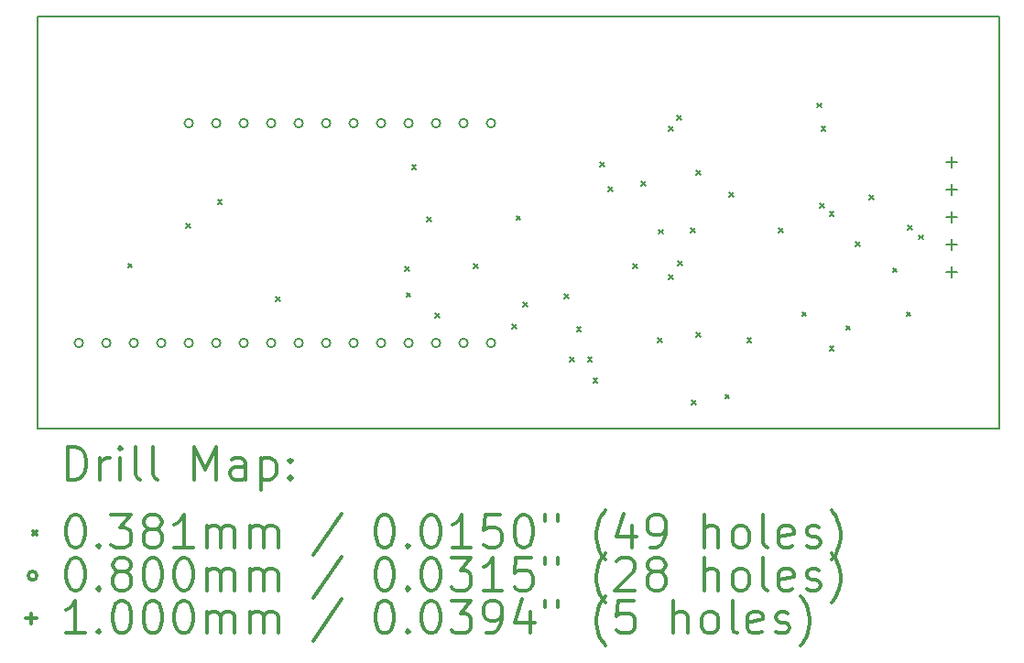
<source format=gbr>
%FSLAX45Y45*%
G04 Gerber Fmt 4.5, Leading zero omitted, Abs format (unit mm)*
G04 Created by KiCad (PCBNEW (5.1.10)-1) date 2021-05-21 10:06:27*
%MOMM*%
%LPD*%
G01*
G04 APERTURE LIST*
%TA.AperFunction,Profile*%
%ADD10C,0.150000*%
%TD*%
%ADD11C,0.200000*%
%ADD12C,0.300000*%
G04 APERTURE END LIST*
D10*
X19177000Y-12192000D02*
X10287000Y-12192000D01*
X19177000Y-8382000D02*
X19177000Y-12192000D01*
X10287000Y-8382000D02*
X19177000Y-8382000D01*
X10287000Y-12192000D02*
X10287000Y-8382000D01*
D11*
X11121178Y-10669482D02*
X11159278Y-10707582D01*
X11159278Y-10669482D02*
X11121178Y-10707582D01*
X11658600Y-10299700D02*
X11696700Y-10337800D01*
X11696700Y-10299700D02*
X11658600Y-10337800D01*
X11951970Y-10082530D02*
X11990070Y-10120630D01*
X11990070Y-10082530D02*
X11951970Y-10120630D01*
X12490450Y-10979150D02*
X12528550Y-11017250D01*
X12528550Y-10979150D02*
X12490450Y-11017250D01*
X13684250Y-10699750D02*
X13722350Y-10737850D01*
X13722350Y-10699750D02*
X13684250Y-10737850D01*
X13697450Y-10940550D02*
X13735550Y-10978650D01*
X13735550Y-10940550D02*
X13697450Y-10978650D01*
X13747750Y-9759950D02*
X13785850Y-9798050D01*
X13785850Y-9759950D02*
X13747750Y-9798050D01*
X13887450Y-10242550D02*
X13925550Y-10280650D01*
X13925550Y-10242550D02*
X13887450Y-10280650D01*
X13963650Y-11131550D02*
X14001750Y-11169650D01*
X14001750Y-11131550D02*
X13963650Y-11169650D01*
X14319250Y-10674350D02*
X14357350Y-10712450D01*
X14357350Y-10674350D02*
X14319250Y-10712450D01*
X14674850Y-11233150D02*
X14712950Y-11271250D01*
X14712950Y-11233150D02*
X14674850Y-11271250D01*
X14712950Y-10229850D02*
X14751050Y-10267950D01*
X14751050Y-10229850D02*
X14712950Y-10267950D01*
X14776450Y-11029950D02*
X14814550Y-11068050D01*
X14814550Y-11029950D02*
X14776450Y-11068050D01*
X15157450Y-10953750D02*
X15195550Y-10991850D01*
X15195550Y-10953750D02*
X15157450Y-10991850D01*
X15208250Y-11537950D02*
X15246350Y-11576050D01*
X15246350Y-11537950D02*
X15208250Y-11576050D01*
X15271900Y-11258400D02*
X15310000Y-11296500D01*
X15310000Y-11258400D02*
X15271900Y-11296500D01*
X15373350Y-11537950D02*
X15411450Y-11576050D01*
X15411450Y-11537950D02*
X15373350Y-11576050D01*
X15424150Y-11730990D02*
X15462250Y-11769090D01*
X15462250Y-11730990D02*
X15424150Y-11769090D01*
X15487650Y-9734550D02*
X15525750Y-9772650D01*
X15525750Y-9734550D02*
X15487650Y-9772650D01*
X15563850Y-9963150D02*
X15601950Y-10001250D01*
X15601950Y-9963150D02*
X15563850Y-10001250D01*
X15792447Y-10674350D02*
X15830547Y-10712450D01*
X15830547Y-10674350D02*
X15792447Y-10712450D01*
X15868650Y-9912350D02*
X15906750Y-9950450D01*
X15906750Y-9912350D02*
X15868650Y-9950450D01*
X16021050Y-11360150D02*
X16059150Y-11398250D01*
X16059150Y-11360150D02*
X16021050Y-11398250D01*
X16030697Y-10353797D02*
X16068797Y-10391897D01*
X16068797Y-10353797D02*
X16030697Y-10391897D01*
X16122650Y-9404350D02*
X16160750Y-9442450D01*
X16160750Y-9404350D02*
X16122650Y-9442450D01*
X16122650Y-10775950D02*
X16160750Y-10814050D01*
X16160750Y-10775950D02*
X16122650Y-10814050D01*
X16198850Y-9302750D02*
X16236950Y-9340850D01*
X16236950Y-9302750D02*
X16198850Y-9340850D01*
X16205200Y-10648950D02*
X16243300Y-10687050D01*
X16243300Y-10648950D02*
X16205200Y-10687050D01*
X16325850Y-10344150D02*
X16363950Y-10382250D01*
X16363950Y-10344150D02*
X16325850Y-10382250D01*
X16333470Y-11934190D02*
X16371570Y-11972290D01*
X16371570Y-11934190D02*
X16333470Y-11972290D01*
X16376650Y-9810750D02*
X16414750Y-9848850D01*
X16414750Y-9810750D02*
X16376650Y-9848850D01*
X16376650Y-11309350D02*
X16414750Y-11347450D01*
X16414750Y-11309350D02*
X16376650Y-11347450D01*
X16643350Y-11880850D02*
X16681450Y-11918950D01*
X16681450Y-11880850D02*
X16643350Y-11918950D01*
X16681450Y-10013950D02*
X16719550Y-10052050D01*
X16719550Y-10013950D02*
X16681450Y-10052050D01*
X16846550Y-11360150D02*
X16884650Y-11398250D01*
X16884650Y-11360150D02*
X16846550Y-11398250D01*
X17138650Y-10344150D02*
X17176750Y-10382250D01*
X17176750Y-10344150D02*
X17138650Y-10382250D01*
X17354550Y-11118850D02*
X17392650Y-11156950D01*
X17392650Y-11118850D02*
X17354550Y-11156950D01*
X17494250Y-9188450D02*
X17532350Y-9226550D01*
X17532350Y-9188450D02*
X17494250Y-9226550D01*
X17519650Y-10115550D02*
X17557750Y-10153650D01*
X17557750Y-10115550D02*
X17519650Y-10153650D01*
X17532350Y-9404350D02*
X17570450Y-9442450D01*
X17570450Y-9404350D02*
X17532350Y-9442450D01*
X17608550Y-10191750D02*
X17646650Y-10229850D01*
X17646650Y-10191750D02*
X17608550Y-10229850D01*
X17608550Y-11436350D02*
X17646650Y-11474450D01*
X17646650Y-11436350D02*
X17608550Y-11474450D01*
X17760950Y-11245850D02*
X17799050Y-11283950D01*
X17799050Y-11245850D02*
X17760950Y-11283950D01*
X17849850Y-10471150D02*
X17887950Y-10509250D01*
X17887950Y-10471150D02*
X17849850Y-10509250D01*
X17976850Y-10039350D02*
X18014950Y-10077450D01*
X18014950Y-10039350D02*
X17976850Y-10077450D01*
X18192750Y-10712450D02*
X18230850Y-10750550D01*
X18230850Y-10712450D02*
X18192750Y-10750550D01*
X18319750Y-11118850D02*
X18357850Y-11156950D01*
X18357850Y-11118850D02*
X18319750Y-11156950D01*
X18332450Y-10318751D02*
X18370550Y-10356851D01*
X18370550Y-10318751D02*
X18332450Y-10356851D01*
X18434050Y-10407650D02*
X18472150Y-10445750D01*
X18472150Y-10407650D02*
X18434050Y-10445750D01*
X10708000Y-11404600D02*
G75*
G03*
X10708000Y-11404600I-40000J0D01*
G01*
X10962000Y-11404600D02*
G75*
G03*
X10962000Y-11404600I-40000J0D01*
G01*
X11216000Y-11404600D02*
G75*
G03*
X11216000Y-11404600I-40000J0D01*
G01*
X11470000Y-11404600D02*
G75*
G03*
X11470000Y-11404600I-40000J0D01*
G01*
X11724000Y-9372600D02*
G75*
G03*
X11724000Y-9372600I-40000J0D01*
G01*
X11724000Y-11404600D02*
G75*
G03*
X11724000Y-11404600I-40000J0D01*
G01*
X11978000Y-9372600D02*
G75*
G03*
X11978000Y-9372600I-40000J0D01*
G01*
X11978000Y-11404600D02*
G75*
G03*
X11978000Y-11404600I-40000J0D01*
G01*
X12232000Y-9372600D02*
G75*
G03*
X12232000Y-9372600I-40000J0D01*
G01*
X12232000Y-11404600D02*
G75*
G03*
X12232000Y-11404600I-40000J0D01*
G01*
X12486000Y-9372600D02*
G75*
G03*
X12486000Y-9372600I-40000J0D01*
G01*
X12486000Y-11404600D02*
G75*
G03*
X12486000Y-11404600I-40000J0D01*
G01*
X12740000Y-9372600D02*
G75*
G03*
X12740000Y-9372600I-40000J0D01*
G01*
X12740000Y-11404600D02*
G75*
G03*
X12740000Y-11404600I-40000J0D01*
G01*
X12994000Y-9372600D02*
G75*
G03*
X12994000Y-9372600I-40000J0D01*
G01*
X12994000Y-11404600D02*
G75*
G03*
X12994000Y-11404600I-40000J0D01*
G01*
X13248000Y-9372600D02*
G75*
G03*
X13248000Y-9372600I-40000J0D01*
G01*
X13248000Y-11404600D02*
G75*
G03*
X13248000Y-11404600I-40000J0D01*
G01*
X13502000Y-9372600D02*
G75*
G03*
X13502000Y-9372600I-40000J0D01*
G01*
X13502000Y-11404600D02*
G75*
G03*
X13502000Y-11404600I-40000J0D01*
G01*
X13756000Y-9372600D02*
G75*
G03*
X13756000Y-9372600I-40000J0D01*
G01*
X13756000Y-11404600D02*
G75*
G03*
X13756000Y-11404600I-40000J0D01*
G01*
X14010000Y-9372600D02*
G75*
G03*
X14010000Y-9372600I-40000J0D01*
G01*
X14010000Y-11404600D02*
G75*
G03*
X14010000Y-11404600I-40000J0D01*
G01*
X14264000Y-9372600D02*
G75*
G03*
X14264000Y-9372600I-40000J0D01*
G01*
X14264000Y-11404600D02*
G75*
G03*
X14264000Y-11404600I-40000J0D01*
G01*
X14518000Y-9372600D02*
G75*
G03*
X14518000Y-9372600I-40000J0D01*
G01*
X14518000Y-11404600D02*
G75*
G03*
X14518000Y-11404600I-40000J0D01*
G01*
X18732500Y-9678200D02*
X18732500Y-9778200D01*
X18682500Y-9728200D02*
X18782500Y-9728200D01*
X18732500Y-9932200D02*
X18732500Y-10032200D01*
X18682500Y-9982200D02*
X18782500Y-9982200D01*
X18732500Y-10186200D02*
X18732500Y-10286200D01*
X18682500Y-10236200D02*
X18782500Y-10236200D01*
X18732500Y-10440200D02*
X18732500Y-10540200D01*
X18682500Y-10490200D02*
X18782500Y-10490200D01*
X18732500Y-10694200D02*
X18732500Y-10794200D01*
X18682500Y-10744200D02*
X18782500Y-10744200D01*
D12*
X10565928Y-12665214D02*
X10565928Y-12365214D01*
X10637357Y-12365214D01*
X10680214Y-12379500D01*
X10708786Y-12408071D01*
X10723071Y-12436643D01*
X10737357Y-12493786D01*
X10737357Y-12536643D01*
X10723071Y-12593786D01*
X10708786Y-12622357D01*
X10680214Y-12650929D01*
X10637357Y-12665214D01*
X10565928Y-12665214D01*
X10865928Y-12665214D02*
X10865928Y-12465214D01*
X10865928Y-12522357D02*
X10880214Y-12493786D01*
X10894500Y-12479500D01*
X10923071Y-12465214D01*
X10951643Y-12465214D01*
X11051643Y-12665214D02*
X11051643Y-12465214D01*
X11051643Y-12365214D02*
X11037357Y-12379500D01*
X11051643Y-12393786D01*
X11065928Y-12379500D01*
X11051643Y-12365214D01*
X11051643Y-12393786D01*
X11237357Y-12665214D02*
X11208786Y-12650929D01*
X11194500Y-12622357D01*
X11194500Y-12365214D01*
X11394500Y-12665214D02*
X11365928Y-12650929D01*
X11351643Y-12622357D01*
X11351643Y-12365214D01*
X11737357Y-12665214D02*
X11737357Y-12365214D01*
X11837357Y-12579500D01*
X11937357Y-12365214D01*
X11937357Y-12665214D01*
X12208786Y-12665214D02*
X12208786Y-12508071D01*
X12194500Y-12479500D01*
X12165928Y-12465214D01*
X12108786Y-12465214D01*
X12080214Y-12479500D01*
X12208786Y-12650929D02*
X12180214Y-12665214D01*
X12108786Y-12665214D01*
X12080214Y-12650929D01*
X12065928Y-12622357D01*
X12065928Y-12593786D01*
X12080214Y-12565214D01*
X12108786Y-12550929D01*
X12180214Y-12550929D01*
X12208786Y-12536643D01*
X12351643Y-12465214D02*
X12351643Y-12765214D01*
X12351643Y-12479500D02*
X12380214Y-12465214D01*
X12437357Y-12465214D01*
X12465928Y-12479500D01*
X12480214Y-12493786D01*
X12494500Y-12522357D01*
X12494500Y-12608071D01*
X12480214Y-12636643D01*
X12465928Y-12650929D01*
X12437357Y-12665214D01*
X12380214Y-12665214D01*
X12351643Y-12650929D01*
X12623071Y-12636643D02*
X12637357Y-12650929D01*
X12623071Y-12665214D01*
X12608786Y-12650929D01*
X12623071Y-12636643D01*
X12623071Y-12665214D01*
X12623071Y-12479500D02*
X12637357Y-12493786D01*
X12623071Y-12508071D01*
X12608786Y-12493786D01*
X12623071Y-12479500D01*
X12623071Y-12508071D01*
X10241400Y-13140450D02*
X10279500Y-13178550D01*
X10279500Y-13140450D02*
X10241400Y-13178550D01*
X10623071Y-12995214D02*
X10651643Y-12995214D01*
X10680214Y-13009500D01*
X10694500Y-13023786D01*
X10708786Y-13052357D01*
X10723071Y-13109500D01*
X10723071Y-13180929D01*
X10708786Y-13238071D01*
X10694500Y-13266643D01*
X10680214Y-13280929D01*
X10651643Y-13295214D01*
X10623071Y-13295214D01*
X10594500Y-13280929D01*
X10580214Y-13266643D01*
X10565928Y-13238071D01*
X10551643Y-13180929D01*
X10551643Y-13109500D01*
X10565928Y-13052357D01*
X10580214Y-13023786D01*
X10594500Y-13009500D01*
X10623071Y-12995214D01*
X10851643Y-13266643D02*
X10865928Y-13280929D01*
X10851643Y-13295214D01*
X10837357Y-13280929D01*
X10851643Y-13266643D01*
X10851643Y-13295214D01*
X10965928Y-12995214D02*
X11151643Y-12995214D01*
X11051643Y-13109500D01*
X11094500Y-13109500D01*
X11123071Y-13123786D01*
X11137357Y-13138071D01*
X11151643Y-13166643D01*
X11151643Y-13238071D01*
X11137357Y-13266643D01*
X11123071Y-13280929D01*
X11094500Y-13295214D01*
X11008786Y-13295214D01*
X10980214Y-13280929D01*
X10965928Y-13266643D01*
X11323071Y-13123786D02*
X11294500Y-13109500D01*
X11280214Y-13095214D01*
X11265928Y-13066643D01*
X11265928Y-13052357D01*
X11280214Y-13023786D01*
X11294500Y-13009500D01*
X11323071Y-12995214D01*
X11380214Y-12995214D01*
X11408786Y-13009500D01*
X11423071Y-13023786D01*
X11437357Y-13052357D01*
X11437357Y-13066643D01*
X11423071Y-13095214D01*
X11408786Y-13109500D01*
X11380214Y-13123786D01*
X11323071Y-13123786D01*
X11294500Y-13138071D01*
X11280214Y-13152357D01*
X11265928Y-13180929D01*
X11265928Y-13238071D01*
X11280214Y-13266643D01*
X11294500Y-13280929D01*
X11323071Y-13295214D01*
X11380214Y-13295214D01*
X11408786Y-13280929D01*
X11423071Y-13266643D01*
X11437357Y-13238071D01*
X11437357Y-13180929D01*
X11423071Y-13152357D01*
X11408786Y-13138071D01*
X11380214Y-13123786D01*
X11723071Y-13295214D02*
X11551643Y-13295214D01*
X11637357Y-13295214D02*
X11637357Y-12995214D01*
X11608786Y-13038071D01*
X11580214Y-13066643D01*
X11551643Y-13080929D01*
X11851643Y-13295214D02*
X11851643Y-13095214D01*
X11851643Y-13123786D02*
X11865928Y-13109500D01*
X11894500Y-13095214D01*
X11937357Y-13095214D01*
X11965928Y-13109500D01*
X11980214Y-13138071D01*
X11980214Y-13295214D01*
X11980214Y-13138071D02*
X11994500Y-13109500D01*
X12023071Y-13095214D01*
X12065928Y-13095214D01*
X12094500Y-13109500D01*
X12108786Y-13138071D01*
X12108786Y-13295214D01*
X12251643Y-13295214D02*
X12251643Y-13095214D01*
X12251643Y-13123786D02*
X12265928Y-13109500D01*
X12294500Y-13095214D01*
X12337357Y-13095214D01*
X12365928Y-13109500D01*
X12380214Y-13138071D01*
X12380214Y-13295214D01*
X12380214Y-13138071D02*
X12394500Y-13109500D01*
X12423071Y-13095214D01*
X12465928Y-13095214D01*
X12494500Y-13109500D01*
X12508786Y-13138071D01*
X12508786Y-13295214D01*
X13094500Y-12980929D02*
X12837357Y-13366643D01*
X13480214Y-12995214D02*
X13508786Y-12995214D01*
X13537357Y-13009500D01*
X13551643Y-13023786D01*
X13565928Y-13052357D01*
X13580214Y-13109500D01*
X13580214Y-13180929D01*
X13565928Y-13238071D01*
X13551643Y-13266643D01*
X13537357Y-13280929D01*
X13508786Y-13295214D01*
X13480214Y-13295214D01*
X13451643Y-13280929D01*
X13437357Y-13266643D01*
X13423071Y-13238071D01*
X13408786Y-13180929D01*
X13408786Y-13109500D01*
X13423071Y-13052357D01*
X13437357Y-13023786D01*
X13451643Y-13009500D01*
X13480214Y-12995214D01*
X13708786Y-13266643D02*
X13723071Y-13280929D01*
X13708786Y-13295214D01*
X13694500Y-13280929D01*
X13708786Y-13266643D01*
X13708786Y-13295214D01*
X13908786Y-12995214D02*
X13937357Y-12995214D01*
X13965928Y-13009500D01*
X13980214Y-13023786D01*
X13994500Y-13052357D01*
X14008786Y-13109500D01*
X14008786Y-13180929D01*
X13994500Y-13238071D01*
X13980214Y-13266643D01*
X13965928Y-13280929D01*
X13937357Y-13295214D01*
X13908786Y-13295214D01*
X13880214Y-13280929D01*
X13865928Y-13266643D01*
X13851643Y-13238071D01*
X13837357Y-13180929D01*
X13837357Y-13109500D01*
X13851643Y-13052357D01*
X13865928Y-13023786D01*
X13880214Y-13009500D01*
X13908786Y-12995214D01*
X14294500Y-13295214D02*
X14123071Y-13295214D01*
X14208786Y-13295214D02*
X14208786Y-12995214D01*
X14180214Y-13038071D01*
X14151643Y-13066643D01*
X14123071Y-13080929D01*
X14565928Y-12995214D02*
X14423071Y-12995214D01*
X14408786Y-13138071D01*
X14423071Y-13123786D01*
X14451643Y-13109500D01*
X14523071Y-13109500D01*
X14551643Y-13123786D01*
X14565928Y-13138071D01*
X14580214Y-13166643D01*
X14580214Y-13238071D01*
X14565928Y-13266643D01*
X14551643Y-13280929D01*
X14523071Y-13295214D01*
X14451643Y-13295214D01*
X14423071Y-13280929D01*
X14408786Y-13266643D01*
X14765928Y-12995214D02*
X14794500Y-12995214D01*
X14823071Y-13009500D01*
X14837357Y-13023786D01*
X14851643Y-13052357D01*
X14865928Y-13109500D01*
X14865928Y-13180929D01*
X14851643Y-13238071D01*
X14837357Y-13266643D01*
X14823071Y-13280929D01*
X14794500Y-13295214D01*
X14765928Y-13295214D01*
X14737357Y-13280929D01*
X14723071Y-13266643D01*
X14708786Y-13238071D01*
X14694500Y-13180929D01*
X14694500Y-13109500D01*
X14708786Y-13052357D01*
X14723071Y-13023786D01*
X14737357Y-13009500D01*
X14765928Y-12995214D01*
X14980214Y-12995214D02*
X14980214Y-13052357D01*
X15094500Y-12995214D02*
X15094500Y-13052357D01*
X15537357Y-13409500D02*
X15523071Y-13395214D01*
X15494500Y-13352357D01*
X15480214Y-13323786D01*
X15465928Y-13280929D01*
X15451643Y-13209500D01*
X15451643Y-13152357D01*
X15465928Y-13080929D01*
X15480214Y-13038071D01*
X15494500Y-13009500D01*
X15523071Y-12966643D01*
X15537357Y-12952357D01*
X15780214Y-13095214D02*
X15780214Y-13295214D01*
X15708786Y-12980929D02*
X15637357Y-13195214D01*
X15823071Y-13195214D01*
X15951643Y-13295214D02*
X16008786Y-13295214D01*
X16037357Y-13280929D01*
X16051643Y-13266643D01*
X16080214Y-13223786D01*
X16094500Y-13166643D01*
X16094500Y-13052357D01*
X16080214Y-13023786D01*
X16065928Y-13009500D01*
X16037357Y-12995214D01*
X15980214Y-12995214D01*
X15951643Y-13009500D01*
X15937357Y-13023786D01*
X15923071Y-13052357D01*
X15923071Y-13123786D01*
X15937357Y-13152357D01*
X15951643Y-13166643D01*
X15980214Y-13180929D01*
X16037357Y-13180929D01*
X16065928Y-13166643D01*
X16080214Y-13152357D01*
X16094500Y-13123786D01*
X16451643Y-13295214D02*
X16451643Y-12995214D01*
X16580214Y-13295214D02*
X16580214Y-13138071D01*
X16565928Y-13109500D01*
X16537357Y-13095214D01*
X16494500Y-13095214D01*
X16465928Y-13109500D01*
X16451643Y-13123786D01*
X16765928Y-13295214D02*
X16737357Y-13280929D01*
X16723071Y-13266643D01*
X16708786Y-13238071D01*
X16708786Y-13152357D01*
X16723071Y-13123786D01*
X16737357Y-13109500D01*
X16765928Y-13095214D01*
X16808786Y-13095214D01*
X16837357Y-13109500D01*
X16851643Y-13123786D01*
X16865928Y-13152357D01*
X16865928Y-13238071D01*
X16851643Y-13266643D01*
X16837357Y-13280929D01*
X16808786Y-13295214D01*
X16765928Y-13295214D01*
X17037357Y-13295214D02*
X17008786Y-13280929D01*
X16994500Y-13252357D01*
X16994500Y-12995214D01*
X17265928Y-13280929D02*
X17237357Y-13295214D01*
X17180214Y-13295214D01*
X17151643Y-13280929D01*
X17137357Y-13252357D01*
X17137357Y-13138071D01*
X17151643Y-13109500D01*
X17180214Y-13095214D01*
X17237357Y-13095214D01*
X17265928Y-13109500D01*
X17280214Y-13138071D01*
X17280214Y-13166643D01*
X17137357Y-13195214D01*
X17394500Y-13280929D02*
X17423071Y-13295214D01*
X17480214Y-13295214D01*
X17508786Y-13280929D01*
X17523071Y-13252357D01*
X17523071Y-13238071D01*
X17508786Y-13209500D01*
X17480214Y-13195214D01*
X17437357Y-13195214D01*
X17408786Y-13180929D01*
X17394500Y-13152357D01*
X17394500Y-13138071D01*
X17408786Y-13109500D01*
X17437357Y-13095214D01*
X17480214Y-13095214D01*
X17508786Y-13109500D01*
X17623071Y-13409500D02*
X17637357Y-13395214D01*
X17665928Y-13352357D01*
X17680214Y-13323786D01*
X17694500Y-13280929D01*
X17708786Y-13209500D01*
X17708786Y-13152357D01*
X17694500Y-13080929D01*
X17680214Y-13038071D01*
X17665928Y-13009500D01*
X17637357Y-12966643D01*
X17623071Y-12952357D01*
X10279500Y-13555500D02*
G75*
G03*
X10279500Y-13555500I-40000J0D01*
G01*
X10623071Y-13391214D02*
X10651643Y-13391214D01*
X10680214Y-13405500D01*
X10694500Y-13419786D01*
X10708786Y-13448357D01*
X10723071Y-13505500D01*
X10723071Y-13576929D01*
X10708786Y-13634071D01*
X10694500Y-13662643D01*
X10680214Y-13676929D01*
X10651643Y-13691214D01*
X10623071Y-13691214D01*
X10594500Y-13676929D01*
X10580214Y-13662643D01*
X10565928Y-13634071D01*
X10551643Y-13576929D01*
X10551643Y-13505500D01*
X10565928Y-13448357D01*
X10580214Y-13419786D01*
X10594500Y-13405500D01*
X10623071Y-13391214D01*
X10851643Y-13662643D02*
X10865928Y-13676929D01*
X10851643Y-13691214D01*
X10837357Y-13676929D01*
X10851643Y-13662643D01*
X10851643Y-13691214D01*
X11037357Y-13519786D02*
X11008786Y-13505500D01*
X10994500Y-13491214D01*
X10980214Y-13462643D01*
X10980214Y-13448357D01*
X10994500Y-13419786D01*
X11008786Y-13405500D01*
X11037357Y-13391214D01*
X11094500Y-13391214D01*
X11123071Y-13405500D01*
X11137357Y-13419786D01*
X11151643Y-13448357D01*
X11151643Y-13462643D01*
X11137357Y-13491214D01*
X11123071Y-13505500D01*
X11094500Y-13519786D01*
X11037357Y-13519786D01*
X11008786Y-13534071D01*
X10994500Y-13548357D01*
X10980214Y-13576929D01*
X10980214Y-13634071D01*
X10994500Y-13662643D01*
X11008786Y-13676929D01*
X11037357Y-13691214D01*
X11094500Y-13691214D01*
X11123071Y-13676929D01*
X11137357Y-13662643D01*
X11151643Y-13634071D01*
X11151643Y-13576929D01*
X11137357Y-13548357D01*
X11123071Y-13534071D01*
X11094500Y-13519786D01*
X11337357Y-13391214D02*
X11365928Y-13391214D01*
X11394500Y-13405500D01*
X11408786Y-13419786D01*
X11423071Y-13448357D01*
X11437357Y-13505500D01*
X11437357Y-13576929D01*
X11423071Y-13634071D01*
X11408786Y-13662643D01*
X11394500Y-13676929D01*
X11365928Y-13691214D01*
X11337357Y-13691214D01*
X11308786Y-13676929D01*
X11294500Y-13662643D01*
X11280214Y-13634071D01*
X11265928Y-13576929D01*
X11265928Y-13505500D01*
X11280214Y-13448357D01*
X11294500Y-13419786D01*
X11308786Y-13405500D01*
X11337357Y-13391214D01*
X11623071Y-13391214D02*
X11651643Y-13391214D01*
X11680214Y-13405500D01*
X11694500Y-13419786D01*
X11708786Y-13448357D01*
X11723071Y-13505500D01*
X11723071Y-13576929D01*
X11708786Y-13634071D01*
X11694500Y-13662643D01*
X11680214Y-13676929D01*
X11651643Y-13691214D01*
X11623071Y-13691214D01*
X11594500Y-13676929D01*
X11580214Y-13662643D01*
X11565928Y-13634071D01*
X11551643Y-13576929D01*
X11551643Y-13505500D01*
X11565928Y-13448357D01*
X11580214Y-13419786D01*
X11594500Y-13405500D01*
X11623071Y-13391214D01*
X11851643Y-13691214D02*
X11851643Y-13491214D01*
X11851643Y-13519786D02*
X11865928Y-13505500D01*
X11894500Y-13491214D01*
X11937357Y-13491214D01*
X11965928Y-13505500D01*
X11980214Y-13534071D01*
X11980214Y-13691214D01*
X11980214Y-13534071D02*
X11994500Y-13505500D01*
X12023071Y-13491214D01*
X12065928Y-13491214D01*
X12094500Y-13505500D01*
X12108786Y-13534071D01*
X12108786Y-13691214D01*
X12251643Y-13691214D02*
X12251643Y-13491214D01*
X12251643Y-13519786D02*
X12265928Y-13505500D01*
X12294500Y-13491214D01*
X12337357Y-13491214D01*
X12365928Y-13505500D01*
X12380214Y-13534071D01*
X12380214Y-13691214D01*
X12380214Y-13534071D02*
X12394500Y-13505500D01*
X12423071Y-13491214D01*
X12465928Y-13491214D01*
X12494500Y-13505500D01*
X12508786Y-13534071D01*
X12508786Y-13691214D01*
X13094500Y-13376929D02*
X12837357Y-13762643D01*
X13480214Y-13391214D02*
X13508786Y-13391214D01*
X13537357Y-13405500D01*
X13551643Y-13419786D01*
X13565928Y-13448357D01*
X13580214Y-13505500D01*
X13580214Y-13576929D01*
X13565928Y-13634071D01*
X13551643Y-13662643D01*
X13537357Y-13676929D01*
X13508786Y-13691214D01*
X13480214Y-13691214D01*
X13451643Y-13676929D01*
X13437357Y-13662643D01*
X13423071Y-13634071D01*
X13408786Y-13576929D01*
X13408786Y-13505500D01*
X13423071Y-13448357D01*
X13437357Y-13419786D01*
X13451643Y-13405500D01*
X13480214Y-13391214D01*
X13708786Y-13662643D02*
X13723071Y-13676929D01*
X13708786Y-13691214D01*
X13694500Y-13676929D01*
X13708786Y-13662643D01*
X13708786Y-13691214D01*
X13908786Y-13391214D02*
X13937357Y-13391214D01*
X13965928Y-13405500D01*
X13980214Y-13419786D01*
X13994500Y-13448357D01*
X14008786Y-13505500D01*
X14008786Y-13576929D01*
X13994500Y-13634071D01*
X13980214Y-13662643D01*
X13965928Y-13676929D01*
X13937357Y-13691214D01*
X13908786Y-13691214D01*
X13880214Y-13676929D01*
X13865928Y-13662643D01*
X13851643Y-13634071D01*
X13837357Y-13576929D01*
X13837357Y-13505500D01*
X13851643Y-13448357D01*
X13865928Y-13419786D01*
X13880214Y-13405500D01*
X13908786Y-13391214D01*
X14108786Y-13391214D02*
X14294500Y-13391214D01*
X14194500Y-13505500D01*
X14237357Y-13505500D01*
X14265928Y-13519786D01*
X14280214Y-13534071D01*
X14294500Y-13562643D01*
X14294500Y-13634071D01*
X14280214Y-13662643D01*
X14265928Y-13676929D01*
X14237357Y-13691214D01*
X14151643Y-13691214D01*
X14123071Y-13676929D01*
X14108786Y-13662643D01*
X14580214Y-13691214D02*
X14408786Y-13691214D01*
X14494500Y-13691214D02*
X14494500Y-13391214D01*
X14465928Y-13434071D01*
X14437357Y-13462643D01*
X14408786Y-13476929D01*
X14851643Y-13391214D02*
X14708786Y-13391214D01*
X14694500Y-13534071D01*
X14708786Y-13519786D01*
X14737357Y-13505500D01*
X14808786Y-13505500D01*
X14837357Y-13519786D01*
X14851643Y-13534071D01*
X14865928Y-13562643D01*
X14865928Y-13634071D01*
X14851643Y-13662643D01*
X14837357Y-13676929D01*
X14808786Y-13691214D01*
X14737357Y-13691214D01*
X14708786Y-13676929D01*
X14694500Y-13662643D01*
X14980214Y-13391214D02*
X14980214Y-13448357D01*
X15094500Y-13391214D02*
X15094500Y-13448357D01*
X15537357Y-13805500D02*
X15523071Y-13791214D01*
X15494500Y-13748357D01*
X15480214Y-13719786D01*
X15465928Y-13676929D01*
X15451643Y-13605500D01*
X15451643Y-13548357D01*
X15465928Y-13476929D01*
X15480214Y-13434071D01*
X15494500Y-13405500D01*
X15523071Y-13362643D01*
X15537357Y-13348357D01*
X15637357Y-13419786D02*
X15651643Y-13405500D01*
X15680214Y-13391214D01*
X15751643Y-13391214D01*
X15780214Y-13405500D01*
X15794500Y-13419786D01*
X15808786Y-13448357D01*
X15808786Y-13476929D01*
X15794500Y-13519786D01*
X15623071Y-13691214D01*
X15808786Y-13691214D01*
X15980214Y-13519786D02*
X15951643Y-13505500D01*
X15937357Y-13491214D01*
X15923071Y-13462643D01*
X15923071Y-13448357D01*
X15937357Y-13419786D01*
X15951643Y-13405500D01*
X15980214Y-13391214D01*
X16037357Y-13391214D01*
X16065928Y-13405500D01*
X16080214Y-13419786D01*
X16094500Y-13448357D01*
X16094500Y-13462643D01*
X16080214Y-13491214D01*
X16065928Y-13505500D01*
X16037357Y-13519786D01*
X15980214Y-13519786D01*
X15951643Y-13534071D01*
X15937357Y-13548357D01*
X15923071Y-13576929D01*
X15923071Y-13634071D01*
X15937357Y-13662643D01*
X15951643Y-13676929D01*
X15980214Y-13691214D01*
X16037357Y-13691214D01*
X16065928Y-13676929D01*
X16080214Y-13662643D01*
X16094500Y-13634071D01*
X16094500Y-13576929D01*
X16080214Y-13548357D01*
X16065928Y-13534071D01*
X16037357Y-13519786D01*
X16451643Y-13691214D02*
X16451643Y-13391214D01*
X16580214Y-13691214D02*
X16580214Y-13534071D01*
X16565928Y-13505500D01*
X16537357Y-13491214D01*
X16494500Y-13491214D01*
X16465928Y-13505500D01*
X16451643Y-13519786D01*
X16765928Y-13691214D02*
X16737357Y-13676929D01*
X16723071Y-13662643D01*
X16708786Y-13634071D01*
X16708786Y-13548357D01*
X16723071Y-13519786D01*
X16737357Y-13505500D01*
X16765928Y-13491214D01*
X16808786Y-13491214D01*
X16837357Y-13505500D01*
X16851643Y-13519786D01*
X16865928Y-13548357D01*
X16865928Y-13634071D01*
X16851643Y-13662643D01*
X16837357Y-13676929D01*
X16808786Y-13691214D01*
X16765928Y-13691214D01*
X17037357Y-13691214D02*
X17008786Y-13676929D01*
X16994500Y-13648357D01*
X16994500Y-13391214D01*
X17265928Y-13676929D02*
X17237357Y-13691214D01*
X17180214Y-13691214D01*
X17151643Y-13676929D01*
X17137357Y-13648357D01*
X17137357Y-13534071D01*
X17151643Y-13505500D01*
X17180214Y-13491214D01*
X17237357Y-13491214D01*
X17265928Y-13505500D01*
X17280214Y-13534071D01*
X17280214Y-13562643D01*
X17137357Y-13591214D01*
X17394500Y-13676929D02*
X17423071Y-13691214D01*
X17480214Y-13691214D01*
X17508786Y-13676929D01*
X17523071Y-13648357D01*
X17523071Y-13634071D01*
X17508786Y-13605500D01*
X17480214Y-13591214D01*
X17437357Y-13591214D01*
X17408786Y-13576929D01*
X17394500Y-13548357D01*
X17394500Y-13534071D01*
X17408786Y-13505500D01*
X17437357Y-13491214D01*
X17480214Y-13491214D01*
X17508786Y-13505500D01*
X17623071Y-13805500D02*
X17637357Y-13791214D01*
X17665928Y-13748357D01*
X17680214Y-13719786D01*
X17694500Y-13676929D01*
X17708786Y-13605500D01*
X17708786Y-13548357D01*
X17694500Y-13476929D01*
X17680214Y-13434071D01*
X17665928Y-13405500D01*
X17637357Y-13362643D01*
X17623071Y-13348357D01*
X10229500Y-13901500D02*
X10229500Y-14001500D01*
X10179500Y-13951500D02*
X10279500Y-13951500D01*
X10723071Y-14087214D02*
X10551643Y-14087214D01*
X10637357Y-14087214D02*
X10637357Y-13787214D01*
X10608786Y-13830071D01*
X10580214Y-13858643D01*
X10551643Y-13872929D01*
X10851643Y-14058643D02*
X10865928Y-14072929D01*
X10851643Y-14087214D01*
X10837357Y-14072929D01*
X10851643Y-14058643D01*
X10851643Y-14087214D01*
X11051643Y-13787214D02*
X11080214Y-13787214D01*
X11108786Y-13801500D01*
X11123071Y-13815786D01*
X11137357Y-13844357D01*
X11151643Y-13901500D01*
X11151643Y-13972929D01*
X11137357Y-14030071D01*
X11123071Y-14058643D01*
X11108786Y-14072929D01*
X11080214Y-14087214D01*
X11051643Y-14087214D01*
X11023071Y-14072929D01*
X11008786Y-14058643D01*
X10994500Y-14030071D01*
X10980214Y-13972929D01*
X10980214Y-13901500D01*
X10994500Y-13844357D01*
X11008786Y-13815786D01*
X11023071Y-13801500D01*
X11051643Y-13787214D01*
X11337357Y-13787214D02*
X11365928Y-13787214D01*
X11394500Y-13801500D01*
X11408786Y-13815786D01*
X11423071Y-13844357D01*
X11437357Y-13901500D01*
X11437357Y-13972929D01*
X11423071Y-14030071D01*
X11408786Y-14058643D01*
X11394500Y-14072929D01*
X11365928Y-14087214D01*
X11337357Y-14087214D01*
X11308786Y-14072929D01*
X11294500Y-14058643D01*
X11280214Y-14030071D01*
X11265928Y-13972929D01*
X11265928Y-13901500D01*
X11280214Y-13844357D01*
X11294500Y-13815786D01*
X11308786Y-13801500D01*
X11337357Y-13787214D01*
X11623071Y-13787214D02*
X11651643Y-13787214D01*
X11680214Y-13801500D01*
X11694500Y-13815786D01*
X11708786Y-13844357D01*
X11723071Y-13901500D01*
X11723071Y-13972929D01*
X11708786Y-14030071D01*
X11694500Y-14058643D01*
X11680214Y-14072929D01*
X11651643Y-14087214D01*
X11623071Y-14087214D01*
X11594500Y-14072929D01*
X11580214Y-14058643D01*
X11565928Y-14030071D01*
X11551643Y-13972929D01*
X11551643Y-13901500D01*
X11565928Y-13844357D01*
X11580214Y-13815786D01*
X11594500Y-13801500D01*
X11623071Y-13787214D01*
X11851643Y-14087214D02*
X11851643Y-13887214D01*
X11851643Y-13915786D02*
X11865928Y-13901500D01*
X11894500Y-13887214D01*
X11937357Y-13887214D01*
X11965928Y-13901500D01*
X11980214Y-13930071D01*
X11980214Y-14087214D01*
X11980214Y-13930071D02*
X11994500Y-13901500D01*
X12023071Y-13887214D01*
X12065928Y-13887214D01*
X12094500Y-13901500D01*
X12108786Y-13930071D01*
X12108786Y-14087214D01*
X12251643Y-14087214D02*
X12251643Y-13887214D01*
X12251643Y-13915786D02*
X12265928Y-13901500D01*
X12294500Y-13887214D01*
X12337357Y-13887214D01*
X12365928Y-13901500D01*
X12380214Y-13930071D01*
X12380214Y-14087214D01*
X12380214Y-13930071D02*
X12394500Y-13901500D01*
X12423071Y-13887214D01*
X12465928Y-13887214D01*
X12494500Y-13901500D01*
X12508786Y-13930071D01*
X12508786Y-14087214D01*
X13094500Y-13772929D02*
X12837357Y-14158643D01*
X13480214Y-13787214D02*
X13508786Y-13787214D01*
X13537357Y-13801500D01*
X13551643Y-13815786D01*
X13565928Y-13844357D01*
X13580214Y-13901500D01*
X13580214Y-13972929D01*
X13565928Y-14030071D01*
X13551643Y-14058643D01*
X13537357Y-14072929D01*
X13508786Y-14087214D01*
X13480214Y-14087214D01*
X13451643Y-14072929D01*
X13437357Y-14058643D01*
X13423071Y-14030071D01*
X13408786Y-13972929D01*
X13408786Y-13901500D01*
X13423071Y-13844357D01*
X13437357Y-13815786D01*
X13451643Y-13801500D01*
X13480214Y-13787214D01*
X13708786Y-14058643D02*
X13723071Y-14072929D01*
X13708786Y-14087214D01*
X13694500Y-14072929D01*
X13708786Y-14058643D01*
X13708786Y-14087214D01*
X13908786Y-13787214D02*
X13937357Y-13787214D01*
X13965928Y-13801500D01*
X13980214Y-13815786D01*
X13994500Y-13844357D01*
X14008786Y-13901500D01*
X14008786Y-13972929D01*
X13994500Y-14030071D01*
X13980214Y-14058643D01*
X13965928Y-14072929D01*
X13937357Y-14087214D01*
X13908786Y-14087214D01*
X13880214Y-14072929D01*
X13865928Y-14058643D01*
X13851643Y-14030071D01*
X13837357Y-13972929D01*
X13837357Y-13901500D01*
X13851643Y-13844357D01*
X13865928Y-13815786D01*
X13880214Y-13801500D01*
X13908786Y-13787214D01*
X14108786Y-13787214D02*
X14294500Y-13787214D01*
X14194500Y-13901500D01*
X14237357Y-13901500D01*
X14265928Y-13915786D01*
X14280214Y-13930071D01*
X14294500Y-13958643D01*
X14294500Y-14030071D01*
X14280214Y-14058643D01*
X14265928Y-14072929D01*
X14237357Y-14087214D01*
X14151643Y-14087214D01*
X14123071Y-14072929D01*
X14108786Y-14058643D01*
X14437357Y-14087214D02*
X14494500Y-14087214D01*
X14523071Y-14072929D01*
X14537357Y-14058643D01*
X14565928Y-14015786D01*
X14580214Y-13958643D01*
X14580214Y-13844357D01*
X14565928Y-13815786D01*
X14551643Y-13801500D01*
X14523071Y-13787214D01*
X14465928Y-13787214D01*
X14437357Y-13801500D01*
X14423071Y-13815786D01*
X14408786Y-13844357D01*
X14408786Y-13915786D01*
X14423071Y-13944357D01*
X14437357Y-13958643D01*
X14465928Y-13972929D01*
X14523071Y-13972929D01*
X14551643Y-13958643D01*
X14565928Y-13944357D01*
X14580214Y-13915786D01*
X14837357Y-13887214D02*
X14837357Y-14087214D01*
X14765928Y-13772929D02*
X14694500Y-13987214D01*
X14880214Y-13987214D01*
X14980214Y-13787214D02*
X14980214Y-13844357D01*
X15094500Y-13787214D02*
X15094500Y-13844357D01*
X15537357Y-14201500D02*
X15523071Y-14187214D01*
X15494500Y-14144357D01*
X15480214Y-14115786D01*
X15465928Y-14072929D01*
X15451643Y-14001500D01*
X15451643Y-13944357D01*
X15465928Y-13872929D01*
X15480214Y-13830071D01*
X15494500Y-13801500D01*
X15523071Y-13758643D01*
X15537357Y-13744357D01*
X15794500Y-13787214D02*
X15651643Y-13787214D01*
X15637357Y-13930071D01*
X15651643Y-13915786D01*
X15680214Y-13901500D01*
X15751643Y-13901500D01*
X15780214Y-13915786D01*
X15794500Y-13930071D01*
X15808786Y-13958643D01*
X15808786Y-14030071D01*
X15794500Y-14058643D01*
X15780214Y-14072929D01*
X15751643Y-14087214D01*
X15680214Y-14087214D01*
X15651643Y-14072929D01*
X15637357Y-14058643D01*
X16165928Y-14087214D02*
X16165928Y-13787214D01*
X16294500Y-14087214D02*
X16294500Y-13930071D01*
X16280214Y-13901500D01*
X16251643Y-13887214D01*
X16208786Y-13887214D01*
X16180214Y-13901500D01*
X16165928Y-13915786D01*
X16480214Y-14087214D02*
X16451643Y-14072929D01*
X16437357Y-14058643D01*
X16423071Y-14030071D01*
X16423071Y-13944357D01*
X16437357Y-13915786D01*
X16451643Y-13901500D01*
X16480214Y-13887214D01*
X16523071Y-13887214D01*
X16551643Y-13901500D01*
X16565928Y-13915786D01*
X16580214Y-13944357D01*
X16580214Y-14030071D01*
X16565928Y-14058643D01*
X16551643Y-14072929D01*
X16523071Y-14087214D01*
X16480214Y-14087214D01*
X16751643Y-14087214D02*
X16723071Y-14072929D01*
X16708786Y-14044357D01*
X16708786Y-13787214D01*
X16980214Y-14072929D02*
X16951643Y-14087214D01*
X16894500Y-14087214D01*
X16865928Y-14072929D01*
X16851643Y-14044357D01*
X16851643Y-13930071D01*
X16865928Y-13901500D01*
X16894500Y-13887214D01*
X16951643Y-13887214D01*
X16980214Y-13901500D01*
X16994500Y-13930071D01*
X16994500Y-13958643D01*
X16851643Y-13987214D01*
X17108786Y-14072929D02*
X17137357Y-14087214D01*
X17194500Y-14087214D01*
X17223071Y-14072929D01*
X17237357Y-14044357D01*
X17237357Y-14030071D01*
X17223071Y-14001500D01*
X17194500Y-13987214D01*
X17151643Y-13987214D01*
X17123071Y-13972929D01*
X17108786Y-13944357D01*
X17108786Y-13930071D01*
X17123071Y-13901500D01*
X17151643Y-13887214D01*
X17194500Y-13887214D01*
X17223071Y-13901500D01*
X17337357Y-14201500D02*
X17351643Y-14187214D01*
X17380214Y-14144357D01*
X17394500Y-14115786D01*
X17408786Y-14072929D01*
X17423071Y-14001500D01*
X17423071Y-13944357D01*
X17408786Y-13872929D01*
X17394500Y-13830071D01*
X17380214Y-13801500D01*
X17351643Y-13758643D01*
X17337357Y-13744357D01*
M02*

</source>
